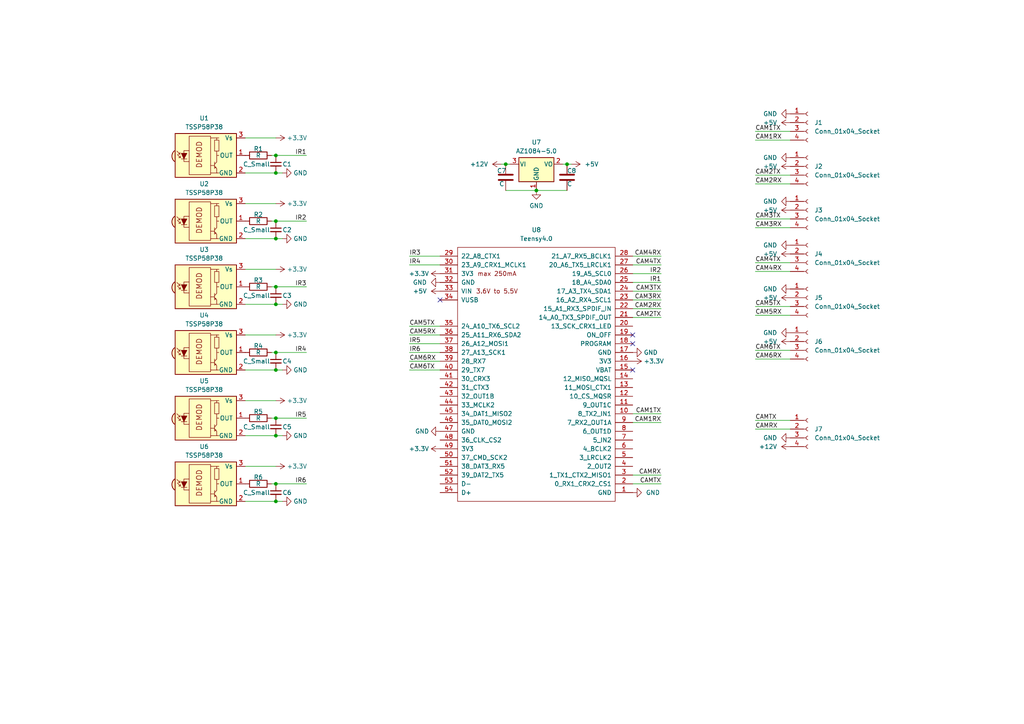
<source format=kicad_sch>
(kicad_sch (version 20230121) (generator eeschema)
  (paper "A4")
  (lib_symbols
    (symbol "Connector:Conn_01x04_Socket" (pin_names (offset 1.016) hide)
      (property "Reference" "J" (at 0 5.08 0))
      (property "Value" "Conn_01x04_Socket" (at 0 -7.62 0))
      (symbol "Conn_01x04_Socket_1_1"
        (arc (start 0 -4.572) (mid -0.5058 -5.08) (end 0 -5.588) (stroke (width 0.1524)))
        (arc (start 0 -2.032) (mid -0.5058 -2.54) (end 0 -3.048) (stroke (width 0.1524)))
        (polyline (pts (xy -1.27 -5.08) (xy -0.508 -5.08)) (stroke (width 0.1524)))
        (polyline (pts (xy -1.27 -2.54) (xy -0.508 -2.54)) (stroke (width 0.1524)))
        (polyline (pts (xy -1.27 0) (xy -0.508 0)) (stroke (width 0.1524)))
        (polyline (pts (xy -1.27 2.54) (xy -0.508 2.54)) (stroke (width 0.1524)))
        (arc (start 0 0.508) (mid -0.5058 0) (end 0 -0.508) (stroke (width 0.1524)))
        (arc (start 0 3.048) (mid -0.5058 2.54) (end 0 2.032) (stroke (width 0.1524)))
        (pin passive line (at -5.08 2.54 0) (length 3.81) (name "Pin_1") (number "1"))
        (pin passive line (at -5.08 0 0) (length 3.81) (name "Pin_2") (number "2"))
        (pin passive line (at -5.08 -2.54 0) (length 3.81) (name "Pin_3") (number "3"))
        (pin passive line (at -5.08 -5.08 0) (length 3.81) (name "Pin_4") (number "4"))
      )
    )
    (symbol "Device:C" (pin_numbers hide) (pin_names (offset 0.254))
      (property "Reference" "C" (at 0.635 2.54 0))
      (property "Value" "C" (at 0.635 -2.54 0))
      (symbol "C_0_1"
        (polyline (pts (xy -2.032 -0.762) (xy 2.032 -0.762)) (stroke (width 0.508)))
        (polyline (pts (xy -2.032 0.762) (xy 2.032 0.762)) (stroke (width 0.508)))
      )
      (symbol "C_1_1"
        (pin passive line (at 0 3.81 270) (length 2.794) (name "~") (number "1"))
        (pin passive line (at 0 -3.81 90) (length 2.794) (name "~") (number "2"))
      )
    )
    (symbol "Device:C_Small" (pin_numbers hide) (pin_names (offset 0.254) hide)
      (property "Reference" "C" (at 0.254 1.778 0))
      (property "Value" "C_Small" (at 0.254 -2.032 0))
      (symbol "C_Small_0_1"
        (polyline (pts (xy -1.524 -0.508) (xy 1.524 -0.508)) (stroke (width 0.3302)))
        (polyline (pts (xy -1.524 0.508) (xy 1.524 0.508)) (stroke (width 0.3048)))
      )
      (symbol "C_Small_1_1"
        (pin passive line (at 0 2.54 270) (length 2.032) (name "~") (number "1"))
        (pin passive line (at 0 -2.54 90) (length 2.032) (name "~") (number "2"))
      )
    )
    (symbol "Device:R" (pin_numbers hide) (pin_names (offset 0))
      (property "Reference" "R" (at 2.032 0 90))
      (property "Value" "R" (at 0 0 90))
      (symbol "R_0_1"
        (rectangle (start -1.016 -2.54) (end 1.016 2.54) (stroke (width 0.254)))
      )
      (symbol "R_1_1"
        (pin passive line (at 0 3.81 270) (length 1.27) (name "~") (number "1"))
        (pin passive line (at 0 -3.81 90) (length 1.27) (name "~") (number "2"))
      )
    )
    (symbol "Regulator_Linear:AZ1084-5.0" (pin_names (offset 0.254))
      (property "Reference" "U" (at -3.81 3.175 0))
      (property "Value" "AZ1084-5.0" (at 0 3.175 0))
      (symbol "AZ1084-5.0_0_1"
        (rectangle (start -5.08 1.905) (end 5.08 -5.08) (stroke (width 0.254)) (fill (type background)))
      )
      (symbol "AZ1084-5.0_1_1"
        (pin power_in line (at 0 -7.62 90) (length 2.54) (name "GND") (number "1"))
        (pin power_out line (at 7.62 0 180) (length 2.54) (name "VO") (number "2"))
        (pin power_in line (at -7.62 0 0) (length 2.54) (name "VI") (number "3"))
      )
    )
    (symbol "Sensor_Proximity:TSSP58P38" (pin_names (offset 1.016))
      (property "Reference" "U" (at -10.16 7.62 0))
      (property "Value" "TSSP58P38" (at -10.16 -7.62 0))
      (symbol "TSSP58P38_0_0"
        (arc (start -10.287 1.397) (mid -11.0899 -0.1852) (end -10.287 -1.778) (stroke (width 0.254)) (fill (type background)))
        (polyline (pts (xy 1.905 -5.08) (xy 0.127 -5.08)))
        (polyline (pts (xy 1.905 5.08) (xy 0.127 5.08)))
        (text "DEMOD" (at -3.175 0.254 900) (effects (font (size 1.524 1.524))))
      )
      (symbol "TSSP58P38_0_1"
        (rectangle (start -6.096 5.588) (end 0.127 -5.588))
        (polyline (pts (xy -8.763 0.381) (xy -9.652 1.27)))
        (polyline (pts (xy -8.763 0.381) (xy -9.271 0.381)))
        (polyline (pts (xy -8.763 0.381) (xy -8.763 0.889)))
        (polyline (pts (xy -8.636 -0.635) (xy -9.525 0.254)))
        (polyline (pts (xy -8.636 -0.635) (xy -9.144 -0.635)))
        (polyline (pts (xy -8.636 -0.635) (xy -8.636 -0.127)))
        (polyline (pts (xy -8.382 -1.016) (xy -6.731 -1.016)))
        (polyline (pts (xy 1.27 -2.921) (xy 0.127 -2.921)))
        (polyline (pts (xy 1.27 -1.905) (xy 1.27 -3.81)))
        (polyline (pts (xy 1.397 -3.556) (xy 1.524 -3.556)))
        (polyline (pts (xy 1.651 -3.556) (xy 1.524 -3.556)))
        (polyline (pts (xy 1.651 -3.556) (xy 1.651 -3.302)))
        (polyline (pts (xy 1.905 0) (xy 1.905 1.27)))
        (polyline (pts (xy 1.905 4.445) (xy 1.905 5.08) (xy 2.54 5.08)))
        (polyline (pts (xy -8.382 0.635) (xy -6.731 0.635) (xy -7.62 -1.016) (xy -8.382 0.635)) (fill (type outline)))
        (polyline (pts (xy -6.096 1.397) (xy -7.62 1.397) (xy -7.62 -1.778) (xy -6.096 -1.778)))
        (polyline (pts (xy 1.27 -3.175) (xy 1.905 -3.81) (xy 1.905 -5.08) (xy 2.54 -5.08)))
        (polyline (pts (xy 1.27 -2.54) (xy 1.905 -1.905) (xy 1.905 0) (xy 2.54 0)))
        (rectangle (start 2.54 1.27) (end 1.27 4.445))
        (rectangle (start 7.62 6.35) (end -10.16 -6.35) (stroke (width 0.254)) (fill (type background)))
      )
      (symbol "TSSP58P38_1_1"
        (pin output line (at 10.16 0 180) (length 2.54) (name "OUT") (number "1"))
        (pin power_in line (at 10.16 -5.08 180) (length 2.54) (name "GND") (number "2"))
        (pin power_in line (at 10.16 5.08 180) (length 2.54) (name "Vs") (number "3"))
      )
    )
    (symbol "power:+12V" (power) (pin_names (offset 0))
      (property "Value" "+12V" (at 0 3.556 0))
      (symbol "+12V_0_1"
        (polyline (pts (xy -0.762 1.27) (xy 0 2.54)))
        (polyline (pts (xy 0 0) (xy 0 2.54)))
        (polyline (pts (xy 0 2.54) (xy 0.762 1.27)))
      )
      (symbol "+12V_1_1"
        (pin power_in line (at 0 0 90) (length 0) hide (name "+12V") (number "1"))
      )
    )
    (symbol "power:+3.3V" (power) (pin_names (offset 0))
      (property "Value" "+3.3V" (at 0 3.556 0))
      (symbol "+3.3V_0_1"
        (polyline (pts (xy -0.762 1.27) (xy 0 2.54)))
        (polyline (pts (xy 0 0) (xy 0 2.54)))
        (polyline (pts (xy 0 2.54) (xy 0.762 1.27)))
      )
      (symbol "+3.3V_1_1"
        (pin power_in line (at 0 0 90) (length 0) hide (name "+3.3V") (number "1"))
      )
    )
    (symbol "power:+5V" (power) (pin_names (offset 0))
      (property "Value" "+5V" (at 0 3.556 0))
      (symbol "+5V_0_1"
        (polyline (pts (xy -0.762 1.27) (xy 0 2.54)))
        (polyline (pts (xy 0 0) (xy 0 2.54)))
        (polyline (pts (xy 0 2.54) (xy 0.762 1.27)))
      )
      (symbol "+5V_1_1"
        (pin power_in line (at 0 0 90) (length 0) hide (name "+5V") (number "1"))
      )
    )
    (symbol "power:GND" (power) (pin_names (offset 0))
      (property "Value" "GND" (at 0 -3.81 0))
      (symbol "GND_0_1"
        (polyline (pts (xy 0 0) (xy 0 -1.27) (xy 1.27 -1.27) (xy 0 -2.54) (xy -1.27 -1.27) (xy 0 -1.27)))
      )
      (symbol "GND_1_1"
        (pin power_in line (at 0 0 270) (length 0) hide (name "GND") (number "1"))
      )
    )
    (symbol "teensy:Teensy4.0" (pin_names (offset 1.016))
      (property "Reference" "U" (at 0 39.37 0))
      (property "Value" "Teensy4.0" (at 0 -39.37 0))
      (symbol "Teensy4.0_0_0"
        (text "3.6V to 5.5V" (at 11.43 -24.13 0) (effects (font (size 1.27 1.27))))
        (text "max 250mA" (at 11.43 -29.21 0) (effects (font (size 1.27 1.27))))
        (pin bidirectional line (at -27.94 11.43 0) (length 5.08) (name "8_TX2_IN1") (number "10"))
        (pin bidirectional line (at -27.94 8.89 0) (length 5.08) (name "9_OUT1C") (number "11"))
        (pin bidirectional line (at -27.94 6.35 0) (length 5.08) (name "10_CS_MQSR") (number "12"))
        (pin bidirectional line (at -27.94 3.81 0) (length 5.08) (name "11_MOSI_CTX1") (number "13"))
        (pin bidirectional line (at -27.94 1.27 0) (length 5.08) (name "12_MISO_MQSL") (number "14"))
        (pin power_in line (at -27.94 -1.27 0) (length 5.08) (name "VBAT") (number "15"))
        (pin power_in line (at -27.94 -3.81 0) (length 5.08) (name "3V3") (number "16"))
        (pin power_in line (at -27.94 -6.35 0) (length 5.08) (name "GND") (number "17"))
        (pin input line (at -27.94 -8.89 0) (length 5.08) (name "PROGRAM") (number "18"))
        (pin input line (at -27.94 -11.43 0) (length 5.08) (name "ON_OFF") (number "19"))
        (pin bidirectional line (at -27.94 -13.97 0) (length 5.08) (name "13_SCK_CRX1_LED") (number "20"))
        (pin bidirectional line (at -27.94 -16.51 0) (length 5.08) (name "14_A0_TX3_SPDIF_OUT") (number "21"))
        (pin bidirectional line (at -27.94 -19.05 0) (length 5.08) (name "15_A1_RX3_SPDIF_IN") (number "22"))
        (pin bidirectional line (at -27.94 -21.59 0) (length 5.08) (name "16_A2_RX4_SCL1") (number "23"))
        (pin bidirectional line (at -27.94 -24.13 0) (length 5.08) (name "17_A3_TX4_SDA1") (number "24"))
        (pin bidirectional line (at -27.94 -26.67 0) (length 5.08) (name "18_A4_SDA0") (number "25"))
        (pin bidirectional line (at -27.94 -29.21 0) (length 5.08) (name "19_A5_SCL0") (number "26"))
        (pin bidirectional line (at -27.94 -31.75 0) (length 5.08) (name "20_A6_TX5_LRCLK1") (number "27"))
        (pin bidirectional line (at -27.94 -34.29 0) (length 5.08) (name "21_A7_RX5_BCLK1") (number "28"))
        (pin bidirectional line (at 27.94 -34.29 180) (length 5.08) (name "22_A8_CTX1") (number "29"))
        (pin bidirectional line (at 27.94 -31.75 180) (length 5.08) (name "23_A9_CRX1_MCLK1") (number "30"))
        (pin power_out line (at 27.94 -29.21 180) (length 5.08) (name "3V3") (number "31"))
        (pin power_in line (at 27.94 -26.67 180) (length 5.08) (name "GND") (number "32"))
        (pin power_in line (at 27.94 -24.13 180) (length 5.08) (name "VIN") (number "33"))
        (pin power_out line (at 27.94 -21.59 180) (length 5.08) (name "VUSB") (number "34"))
        (pin bidirectional line (at 27.94 -13.97 180) (length 5.08) (name "24_A10_TX6_SCL2") (number "35"))
        (pin bidirectional line (at 27.94 -11.43 180) (length 5.08) (name "25_A11_RX6_SDA2") (number "36"))
        (pin bidirectional line (at 27.94 -8.89 180) (length 5.08) (name "26_A12_MOSI1") (number "37"))
        (pin bidirectional line (at 27.94 -6.35 180) (length 5.08) (name "27_A13_SCK1") (number "38"))
        (pin bidirectional line (at 27.94 -3.81 180) (length 5.08) (name "28_RX7") (number "39"))
        (pin bidirectional line (at 27.94 -1.27 180) (length 5.08) (name "29_TX7") (number "40"))
        (pin bidirectional line (at 27.94 1.27 180) (length 5.08) (name "30_CRX3") (number "41"))
        (pin bidirectional line (at 27.94 3.81 180) (length 5.08) (name "31_CTX3") (number "42"))
        (pin bidirectional line (at 27.94 6.35 180) (length 5.08) (name "32_OUT1B") (number "43"))
        (pin bidirectional line (at 27.94 8.89 180) (length 5.08) (name "33_MCLK2") (number "44"))
        (pin bidirectional line (at 27.94 11.43 180) (length 5.08) (name "34_DAT1_MISO2") (number "45"))
        (pin bidirectional line (at 27.94 13.97 180) (length 5.08) (name "35_DAT0_MOSI2") (number "46"))
        (pin power_out line (at 27.94 16.51 180) (length 5.08) (name "GND") (number "47"))
        (pin bidirectional line (at 27.94 19.05 180) (length 5.08) (name "36_CLK_CS2") (number "48"))
        (pin power_out line (at 27.94 21.59 180) (length 5.08) (name "3V3") (number "49"))
        (pin bidirectional line (at -27.94 24.13 0) (length 5.08) (name "3_LRCLK2") (number "5"))
        (pin bidirectional line (at 27.94 24.13 180) (length 5.08) (name "37_CMD_SCK2") (number "50"))
        (pin bidirectional line (at 27.94 26.67 180) (length 5.08) (name "38_DAT3_RX5") (number "51"))
        (pin bidirectional line (at 27.94 29.21 180) (length 5.08) (name "39_DAT2_TX5") (number "52"))
        (pin bidirectional line (at 27.94 31.75 180) (length 5.08) (name "D-") (number "53"))
        (pin bidirectional line (at 27.94 34.29 180) (length 5.08) (name "D+") (number "54"))
        (pin bidirectional line (at -27.94 21.59 0) (length 5.08) (name "4_BCLK2") (number "6"))
        (pin bidirectional line (at -27.94 19.05 0) (length 5.08) (name "5_IN2") (number "7"))
        (pin bidirectional line (at -27.94 16.51 0) (length 5.08) (name "6_OUT1D") (number "8"))
        (pin bidirectional line (at -27.94 13.97 0) (length 5.08) (name "7_RX2_OUT1A") (number "9"))
      )
      (symbol "Teensy4.0_0_1"
        (rectangle (start -22.86 36.83) (end 22.86 -36.83))
        (rectangle (start -20.32 -31.75) (end -20.32 -31.75))
      )
      (symbol "Teensy4.0_1_1"
        (pin power_in line (at -27.94 34.29 0) (length 5.08) (name "GND") (number "1"))
        (pin bidirectional line (at -27.94 31.75 0) (length 5.08) (name "0_RX1_CRX2_CS1") (number "2"))
        (pin bidirectional line (at -27.94 29.21 0) (length 5.08) (name "1_TX1_CTX2_MISO1") (number "3"))
        (pin bidirectional line (at -27.94 26.67 0) (length 5.08) (name "2_OUT2") (number "4"))
      )
    )
  )
  (junction (at 80.01 45.085))
  (junction (at 80.01 145.415))
  (junction (at 80.01 126.365))
  (junction (at 80.01 64.135))
  (junction (at 155.575 55.245))
  (junction (at 80.01 50.165))
  (junction (at 164.465 47.625))
  (junction (at 80.01 83.185))
  (junction (at 80.01 140.335))
  (junction (at 146.685 47.625))
  (junction (at 80.01 88.265))
  (junction (at 80.01 69.215))
  (junction (at 80.01 102.235))
  (junction (at 80.01 107.315))
  (junction (at 80.01 121.285))
  (no_connect (at 183.515 97.155))
  (no_connect (at 183.515 99.695))
  (no_connect (at 127.635 86.995))
  (no_connect (at 183.515 107.315))
  (wire (pts (xy 191.77 86.995) (xy 183.515 86.995)))
  (wire (pts (xy 118.745 94.615) (xy 127.635 94.615)))
  (wire (pts (xy 146.685 47.625) (xy 147.955 47.625)))
  (wire (pts (xy 118.745 76.835) (xy 127.635 76.835)))
  (wire (pts (xy 219.075 88.9) (xy 229.235 88.9)))
  (wire (pts (xy 191.77 140.335) (xy 183.515 140.335)))
  (wire (pts (xy 191.77 122.555) (xy 183.515 122.555)))
  (wire (pts (xy 78.74 102.235) (xy 80.01 102.235)))
  (wire (pts (xy 88.9 45.085) (xy 80.01 45.085)))
  (wire (pts (xy 191.77 137.795) (xy 183.515 137.795)))
  (wire (pts (xy 88.9 102.235) (xy 80.01 102.235)))
  (wire (pts (xy 145.415 47.625) (xy 146.685 47.625)))
  (wire (pts (xy 219.075 66.04) (xy 229.235 66.04)))
  (wire (pts (xy 163.195 47.625) (xy 164.465 47.625)))
  (wire (pts (xy 219.075 38.1) (xy 229.235 38.1)))
  (wire (pts (xy 219.075 53.34) (xy 229.235 53.34)))
  (wire (pts (xy 118.745 99.695) (xy 127.635 99.695)))
  (wire (pts (xy 71.12 50.165) (xy 80.01 50.165)))
  (wire (pts (xy 191.77 84.455) (xy 183.515 84.455)))
  (wire (pts (xy 81.915 88.265) (xy 80.01 88.265)))
  (wire (pts (xy 155.575 55.245) (xy 164.465 55.245)))
  (wire (pts (xy 118.745 102.235) (xy 127.635 102.235)))
  (wire (pts (xy 219.075 124.46) (xy 229.235 124.46)))
  (wire (pts (xy 219.075 91.44) (xy 229.235 91.44)))
  (wire (pts (xy 71.12 116.205) (xy 80.01 116.205)))
  (wire (pts (xy 88.9 83.185) (xy 80.01 83.185)))
  (wire (pts (xy 71.12 59.055) (xy 80.01 59.055)))
  (wire (pts (xy 219.075 40.64) (xy 229.235 40.64)))
  (wire (pts (xy 81.915 50.165) (xy 80.01 50.165)))
  (wire (pts (xy 71.12 145.415) (xy 80.01 145.415)))
  (wire (pts (xy 219.075 121.92) (xy 229.235 121.92)))
  (wire (pts (xy 219.075 76.2) (xy 229.235 76.2)))
  (wire (pts (xy 191.77 76.835) (xy 183.515 76.835)))
  (wire (pts (xy 88.9 140.335) (xy 80.01 140.335)))
  (wire (pts (xy 118.745 97.155) (xy 127.635 97.155)))
  (wire (pts (xy 118.745 104.775) (xy 127.635 104.775)))
  (wire (pts (xy 219.075 101.6) (xy 229.235 101.6)))
  (wire (pts (xy 78.74 121.285) (xy 80.01 121.285)))
  (wire (pts (xy 88.9 64.135) (xy 80.01 64.135)))
  (wire (pts (xy 88.9 121.285) (xy 80.01 121.285)))
  (wire (pts (xy 81.915 145.415) (xy 80.01 145.415)))
  (wire (pts (xy 118.745 74.295) (xy 127.635 74.295)))
  (wire (pts (xy 146.685 55.245) (xy 155.575 55.245)))
  (wire (pts (xy 71.12 88.265) (xy 80.01 88.265)))
  (wire (pts (xy 219.075 104.14) (xy 229.235 104.14)))
  (wire (pts (xy 191.77 79.375) (xy 183.515 79.375)))
  (wire (pts (xy 191.77 74.295) (xy 183.515 74.295)))
  (wire (pts (xy 71.12 78.105) (xy 80.01 78.105)))
  (wire (pts (xy 78.74 83.185) (xy 80.01 83.185)))
  (wire (pts (xy 164.465 47.625) (xy 165.735 47.625)))
  (wire (pts (xy 191.77 92.075) (xy 183.515 92.075)))
  (wire (pts (xy 191.77 81.915) (xy 183.515 81.915)))
  (wire (pts (xy 191.77 89.535) (xy 183.515 89.535)))
  (wire (pts (xy 219.075 78.74) (xy 229.235 78.74)))
  (wire (pts (xy 78.74 64.135) (xy 80.01 64.135)))
  (wire (pts (xy 71.12 40.005) (xy 80.01 40.005)))
  (wire (pts (xy 118.745 107.315) (xy 127.635 107.315)))
  (wire (pts (xy 191.77 120.015) (xy 183.515 120.015)))
  (wire (pts (xy 71.12 135.255) (xy 80.01 135.255)))
  (wire (pts (xy 219.075 50.8) (xy 229.235 50.8)))
  (wire (pts (xy 78.74 45.085) (xy 80.01 45.085)))
  (wire (pts (xy 71.12 97.155) (xy 80.01 97.155)))
  (wire (pts (xy 81.915 126.365) (xy 80.01 126.365)))
  (wire (pts (xy 81.915 69.215) (xy 80.01 69.215)))
  (wire (pts (xy 71.12 107.315) (xy 80.01 107.315)))
  (wire (pts (xy 71.12 126.365) (xy 80.01 126.365)))
  (wire (pts (xy 81.915 107.315) (xy 80.01 107.315)))
  (wire (pts (xy 71.12 69.215) (xy 80.01 69.215)))
  (wire (pts (xy 219.075 63.5) (xy 229.235 63.5)))
  (wire (pts (xy 78.74 140.335) (xy 80.01 140.335)))
  (label "CAM6RX" (at 219.075 104.14 0))
  (label "CAMTX" (at 191.77 140.335 180))
  (label "CAM2RX" (at 191.77 89.535 180))
  (label "IR4" (at 118.745 76.835 0))
  (label "IR1" (at 191.77 81.915 180))
  (label "IR2" (at 191.77 79.375 180))
  (label "CAM1TX" (at 191.77 120.015 180))
  (label "CAM2TX" (at 191.77 92.075 180))
  (label "IR6" (at 88.9 140.335 180))
  (label "CAMRX" (at 191.77 137.795 180))
  (label "CAM4TX" (at 219.075 76.2 0))
  (label "IR2" (at 88.9 64.135 180))
  (label "IR4" (at 88.9 102.235 180))
  (label "CAM4RX" (at 191.77 74.295 180))
  (label "CAM6TX" (at 118.745 107.315 0))
  (label "CAMTX" (at 219.075 121.92 0))
  (label "IR5" (at 118.745 99.695 0))
  (label "CAM2RX" (at 219.075 53.34 0))
  (label "CAM3TX" (at 191.77 84.455 180))
  (label "CAM4TX" (at 191.77 76.835 180))
  (label "CAM1RX" (at 219.075 40.64 0))
  (label "CAM3RX" (at 219.075 66.04 0))
  (label "CAM4RX" (at 219.075 78.74 0))
  (label "CAM6TX" (at 219.075 101.6 0))
  (label "CAMRX" (at 219.075 124.46 0))
  (label "IR3" (at 118.745 74.295 0))
  (label "CAM5RX" (at 118.745 97.155 0))
  (label "IR3" (at 88.9 83.185 180))
  (label "CAM5TX" (at 219.075 88.9 0))
  (label "CAM2TX" (at 219.075 50.8 0))
  (label "IR5" (at 88.9 121.285 180))
  (label "CAM5TX" (at 118.745 94.615 0))
  (label "CAM5RX" (at 219.075 91.44 0))
  (label "CAM3TX" (at 219.075 63.5 0))
  (label "IR6" (at 118.745 102.235 0))
  (label "CAM1TX" (at 219.075 38.1 0))
  (label "CAM1RX" (at 191.77 122.555 180))
  (label "IR1" (at 88.9 45.085 180))
  (label "CAM3RX" (at 191.77 86.995 180))
  (label "CAM6RX" (at 118.745 104.775 0))
  (symbol (lib_id "Device:R") (at 74.93 64.135 90) (unit 1)
    (property "Reference" "R2" (at 74.93 62.23 90))
    (property "Value" "R" (at 74.93 64.135 90))
    (property "Footprint" "Resistor_THT:R_Axial_DIN0204_L3.6mm_D1.6mm_P5.08mm_Horizontal" (effects hide))
  )
  (symbol (lib_id "power:+3.3V") (at 80.01 78.105 270) (unit 1)
    (property "Reference" "#PWR03" (effects hide))
    (property "Value" "+3.3V" (at 83.185 78.105 90) (effects (justify left)))
  )
  (symbol (lib_id "Sensor_Proximity:TSSP58P38") (at 60.96 140.335 0) (unit 1)
    (property "Reference" "U6" (at 59.225 129.54 0))
    (property "Value" "TSSP58P38" (at 59.225 132.08 0))
    (property "Footprint" "OptoDevice:Vishay_MINICAST-3Pin" (effects hide))
    (property "Datasheet" "http://www.vishay.com/docs/82462/tsop581.pdf" (effects hide))
  )
  (symbol (lib_id "power:+12V") (at 229.235 129.54 90) (unit 1)
    (property "Reference" "#PWR037" (effects hide))
    (property "Value" "+12V" (at 225.425 129.54 90) (effects (justify left)))
  )
  (symbol (lib_id "Connector:Conn_01x04_Socket") (at 234.315 99.06 0) (unit 1)
    (property "Reference" "J6" (at 236.22 99.06 0) (effects (justify left)))
    (property "Value" "Conn_01x04_Socket" (at 236.22 101.6 0) (effects (justify left)))
    (property "Footprint" "Connector_JST:JST_XH_B4B-XH-A_1x04_P2.50mm_Vertical" (effects hide))
  )
  (symbol (lib_id "power:+5V") (at 229.235 99.06 90) (unit 1)
    (property "Reference" "#PWR035" (effects hide))
    (property "Value" "+5V" (at 225.425 99.06 90) (effects (justify left)))
  )
  (symbol (lib_id "Device:R") (at 74.93 83.185 90) (unit 1)
    (property "Reference" "R3" (at 74.93 81.28 90))
    (property "Value" "R" (at 74.93 83.185 90))
    (property "Footprint" "Resistor_THT:R_Axial_DIN0204_L3.6mm_D1.6mm_P5.08mm_Horizontal" (effects hide))
  )
  (symbol (lib_id "power:+5V") (at 229.235 48.26 90) (unit 1)
    (property "Reference" "#PWR027" (effects hide))
    (property "Value" "+5V" (at 225.425 48.26 90) (effects (justify left)))
  )
  (symbol (lib_id "power:+5V") (at 229.235 60.96 90) (unit 1)
    (property "Reference" "#PWR029" (effects hide))
    (property "Value" "+5V" (at 225.425 60.96 90) (effects (justify left)))
  )
  (symbol (lib_id "Sensor_Proximity:TSSP58P38") (at 60.96 102.235 0) (unit 1)
    (property "Reference" "U4" (at 59.225 91.44 0))
    (property "Value" "TSSP58P38" (at 59.225 93.98 0))
    (property "Footprint" "OptoDevice:Vishay_MINICAST-3Pin" (effects hide))
    (property "Datasheet" "http://www.vishay.com/docs/82462/tsop581.pdf" (effects hide))
  )
  (symbol (lib_id "power:+3.3V") (at 127.635 130.175 90) (unit 1)
    (property "Reference" "#PWR017" (effects hide))
    (property "Value" "+3.3V" (at 124.46 130.175 90) (effects (justify left)))
  )
  (symbol (lib_id "power:GND") (at 229.235 33.02 270) (unit 1)
    (property "Reference" "#PWR024" (effects hide))
    (property "Value" "GND" (at 225.425 33.02 90) (effects (justify right)))
  )
  (symbol (lib_id "Sensor_Proximity:TSSP58P38") (at 60.96 121.285 0) (unit 1)
    (property "Reference" "U5" (at 59.225 110.49 0))
    (property "Value" "TSSP58P38" (at 59.225 113.03 0))
    (property "Footprint" "OptoDevice:Vishay_MINICAST-3Pin" (effects hide))
    (property "Datasheet" "http://www.vishay.com/docs/82462/tsop581.pdf" (effects hide))
  )
  (symbol (lib_id "Connector:Conn_01x04_Socket") (at 234.315 86.36 0) (unit 1)
    (property "Reference" "J5" (at 236.22 86.36 0) (effects (justify left)))
    (property "Value" "Conn_01x04_Socket" (at 236.22 88.9 0) (effects (justify left)))
    (property "Footprint" "Connector_JST:JST_XH_B4B-XH-A_1x04_P2.50mm_Vertical" (effects hide))
  )
  (symbol (lib_id "power:GND") (at 229.235 58.42 270) (unit 1)
    (property "Reference" "#PWR028" (effects hide))
    (property "Value" "GND" (at 225.425 58.42 90) (effects (justify right)))
  )
  (symbol (lib_id "power:GND") (at 229.235 45.72 270) (unit 1)
    (property "Reference" "#PWR026" (effects hide))
    (property "Value" "GND" (at 225.425 45.72 90) (effects (justify right)))
  )
  (symbol (lib_id "Device:C") (at 146.685 51.435 0) (unit 1)
    (property "Reference" "C7" (at 144.145 49.53 0) (effects (justify left)))
    (property "Value" "C" (at 144.78 53.34 0) (effects (justify left)))
    (property "Footprint" "Capacitor_THT:CP_Radial_D4.0mm_P2.00mm" (effects hide))
  )
  (symbol (lib_id "power:+12V") (at 145.415 47.625 90) (unit 1)
    (property "Reference" "#PWR018" (effects hide))
    (property "Value" "+12V" (at 141.605 47.625 90) (effects (justify left)))
  )
  (symbol (lib_id "power:+5V") (at 229.235 86.36 90) (unit 1)
    (property "Reference" "#PWR033" (effects hide))
    (property "Value" "+5V" (at 225.425 86.36 90) (effects (justify left)))
  )
  (symbol (lib_id "Device:R") (at 74.93 121.285 90) (unit 1)
    (property "Reference" "R5" (at 74.93 119.38 90))
    (property "Value" "R" (at 74.93 121.285 90))
    (property "Footprint" "Resistor_THT:R_Axial_DIN0204_L3.6mm_D1.6mm_P5.08mm_Horizontal" (effects hide))
  )
  (symbol (lib_id "power:GND") (at 81.915 88.265 90) (unit 1)
    (property "Reference" "#PWR09" (effects hide))
    (property "Value" "GND" (at 85.09 88.265 90) (effects (justify right)))
  )
  (symbol (lib_id "power:GND") (at 127.635 125.095 270) (unit 1)
    (property "Reference" "#PWR016" (effects hide))
    (property "Value" "GND" (at 124.46 125.095 90) (effects (justify right)))
  )
  (symbol (lib_id "Connector:Conn_01x04_Socket") (at 234.315 73.66 0) (unit 1)
    (property "Reference" "J4" (at 236.22 73.66 0) (effects (justify left)))
    (property "Value" "Conn_01x04_Socket" (at 236.22 76.2 0) (effects (justify left)))
    (property "Footprint" "Connector_JST:JST_XH_B4B-XH-A_1x04_P2.50mm_Vertical" (effects hide))
  )
  (symbol (lib_id "power:GND") (at 81.915 145.415 90) (unit 1)
    (property "Reference" "#PWR012" (effects hide))
    (property "Value" "GND" (at 85.09 145.415 90) (effects (justify right)))
  )
  (symbol (lib_id "power:+3.3V") (at 80.01 135.255 270) (unit 1)
    (property "Reference" "#PWR06" (effects hide))
    (property "Value" "+3.3V" (at 83.185 135.255 90) (effects (justify left)))
  )
  (symbol (lib_id "Sensor_Proximity:TSSP58P38") (at 60.96 64.135 0) (unit 1)
    (property "Reference" "U2" (at 59.225 53.34 0))
    (property "Value" "TSSP58P38" (at 59.225 55.88 0))
    (property "Footprint" "OptoDevice:Vishay_MINICAST-3Pin" (effects hide))
    (property "Datasheet" "http://www.vishay.com/docs/82462/tsop581.pdf" (effects hide))
  )
  (symbol (lib_id "power:+5V") (at 229.235 35.56 90) (unit 1)
    (property "Reference" "#PWR025" (effects hide))
    (property "Value" "+5V" (at 225.425 35.56 90) (effects (justify left)))
  )
  (symbol (lib_id "Device:C_Small") (at 80.01 123.825 0) (unit 1)
    (property "Reference" "C5" (at 81.915 123.825 0) (effects (justify left)))
    (property "Value" "C_Small" (at 70.485 123.825 0) (effects (justify left)))
    (property "Footprint" "Capacitor_THT:C_Disc_D3.0mm_W1.6mm_P2.50mm" (effects hide))
  )
  (symbol (lib_id "power:GND") (at 183.515 102.235 90) (unit 1)
    (property "Reference" "#PWR021" (effects hide))
    (property "Value" "GND" (at 186.69 102.235 90) (effects (justify right)))
  )
  (symbol (lib_id "power:GND") (at 229.235 96.52 270) (unit 1)
    (property "Reference" "#PWR034" (effects hide))
    (property "Value" "GND" (at 225.425 96.52 90) (effects (justify right)))
  )
  (symbol (lib_id "Regulator_Linear:AZ1084-5.0") (at 155.575 47.625 0) (unit 1)
    (property "Reference" "U7" (at 155.575 41.275 0))
    (property "Value" "AZ1084-5.0" (at 155.575 43.815 0))
    (property "Footprint" "Package_TO_SOT_SMD:TO-252-2" (effects hide))
    (property "Datasheet" "https://www.diodes.com/assets/Datasheets/AZ1084.pdf" (effects hide))
  )
  (symbol (lib_id "Device:C_Small") (at 80.01 47.625 0) (unit 1)
    (property "Reference" "C1" (at 81.915 47.625 0) (effects (justify left)))
    (property "Value" "C_Small" (at 70.485 47.625 0) (effects (justify left)))
    (property "Footprint" "Capacitor_THT:C_Disc_D3.0mm_W1.6mm_P2.50mm" (effects hide))
  )
  (symbol (lib_id "Device:R") (at 74.93 45.085 90) (unit 1)
    (property "Reference" "R1" (at 74.93 43.18 90))
    (property "Value" "R" (at 74.93 45.085 90))
    (property "Footprint" "Resistor_THT:R_Axial_DIN0204_L3.6mm_D1.6mm_P5.08mm_Horizontal" (effects hide))
  )
  (symbol (lib_id "power:GND") (at 81.915 107.315 90) (unit 1)
    (property "Reference" "#PWR010" (effects hide))
    (property "Value" "GND" (at 85.09 107.315 90) (effects (justify right)))
  )
  (symbol (lib_id "power:GND") (at 127.635 81.915 270) (unit 1)
    (property "Reference" "#PWR014" (effects hide))
    (property "Value" "GND" (at 123.825 81.915 90) (effects (justify right)))
  )
  (symbol (lib_id "power:GND") (at 155.575 55.245 0) (unit 1)
    (property "Reference" "#PWR019" (effects hide))
    (property "Value" "GND" (at 155.575 59.69 0))
  )
  (symbol (lib_id "Connector:Conn_01x04_Socket") (at 234.315 48.26 0) (unit 1)
    (property "Reference" "J2" (at 236.22 48.26 0) (effects (justify left)))
    (property "Value" "Conn_01x04_Socket" (at 236.22 50.8 0) (effects (justify left)))
    (property "Footprint" "Connector_JST:JST_XH_B4B-XH-A_1x04_P2.50mm_Vertical" (effects hide))
  )
  (symbol (lib_id "power:GND") (at 81.915 126.365 90) (unit 1)
    (property "Reference" "#PWR011" (effects hide))
    (property "Value" "GND" (at 85.09 126.365 90) (effects (justify right)))
  )
  (symbol (lib_id "power:GND") (at 183.515 142.875 90) (unit 1)
    (property "Reference" "#PWR023" (effects hide))
    (property "Value" "GND" (at 187.325 142.875 90) (effects (justify right)))
  )
  (symbol (lib_id "power:+3.3V") (at 183.515 104.775 270) (unit 1)
    (property "Reference" "#PWR022" (effects hide))
    (property "Value" "+3.3V" (at 186.69 104.775 90) (effects (justify left)))
  )
  (symbol (lib_id "power:+5V") (at 165.735 47.625 270) (unit 1)
    (property "Reference" "#PWR020" (effects hide))
    (property "Value" "+5V" (at 169.545 47.625 90) (effects (justify left)))
  )
  (symbol (lib_id "teensy:Teensy4.0") (at 155.575 108.585 180) (unit 1)
    (property "Reference" "U8" (at 155.575 66.675 0))
    (property "Value" "Teensy4.0" (at 155.575 69.215 0))
    (property "Footprint" "Teensy_Breakout:Teensy_Brakeout" (effects hide))
  )
  (symbol (lib_id "power:GND") (at 81.915 69.215 90) (unit 1)
    (property "Reference" "#PWR08" (effects hide))
    (property "Value" "GND" (at 85.09 69.215 90) (effects (justify right)))
  )
  (symbol (lib_id "power:GND") (at 229.235 83.82 270) (unit 1)
    (property "Reference" "#PWR032" (effects hide))
    (property "Value" "GND" (at 225.425 83.82 90) (effects (justify right)))
  )
  (symbol (lib_id "Device:R") (at 74.93 102.235 90) (unit 1)
    (property "Reference" "R4" (at 74.93 100.33 90))
    (property "Value" "R" (at 74.93 102.235 90))
    (property "Footprint" "Resistor_THT:R_Axial_DIN0204_L3.6mm_D1.6mm_P5.08mm_Horizontal" (effects hide))
  )
  (symbol (lib_id "Device:C_Small") (at 80.01 85.725 0) (unit 1)
    (property "Reference" "C3" (at 81.915 85.725 0) (effects (justify left)))
    (property "Value" "C_Small" (at 70.485 85.725 0) (effects (justify left)))
    (property "Footprint" "Capacitor_THT:C_Disc_D3.0mm_W1.6mm_P2.50mm" (effects hide))
  )
  (symbol (lib_id "Device:R") (at 74.93 140.335 90) (unit 1)
    (property "Reference" "R6" (at 74.93 138.43 90))
    (property "Value" "R" (at 74.93 140.335 90))
    (property "Footprint" "Resistor_THT:R_Axial_DIN0204_L3.6mm_D1.6mm_P5.08mm_Horizontal" (effects hide))
  )
  (symbol (lib_id "Device:C") (at 164.465 51.435 0) (unit 1)
    (property "Reference" "C8" (at 164.465 49.53 0) (effects (justify left)))
    (property "Value" "C" (at 164.465 53.34 0) (effects (justify left)))
    (property "Footprint" "Capacitor_THT:C_Disc_D3.0mm_W1.6mm_P2.50mm" (effects hide))
  )
  (symbol (lib_id "power:GND") (at 81.915 50.165 90) (unit 1)
    (property "Reference" "#PWR07" (effects hide))
    (property "Value" "GND" (at 85.09 50.165 90) (effects (justify right)))
  )
  (symbol (lib_id "Sensor_Proximity:TSSP58P38") (at 60.96 45.085 0) (unit 1)
    (property "Reference" "U1" (at 59.225 34.29 0))
    (property "Value" "TSSP58P38" (at 59.225 36.83 0))
    (property "Footprint" "OptoDevice:Vishay_MINICAST-3Pin" (effects hide))
    (property "Datasheet" "http://www.vishay.com/docs/82462/tsop581.pdf" (effects hide))
  )
  (symbol (lib_id "Connector:Conn_01x04_Socket") (at 234.315 60.96 0) (unit 1)
    (property "Reference" "J3" (at 236.22 60.96 0) (effects (justify left)))
    (property "Value" "Conn_01x04_Socket" (at 236.22 63.5 0) (effects (justify left)))
    (property "Footprint" "Connector_JST:JST_XH_B4B-XH-A_1x04_P2.50mm_Vertical" (effects hide))
  )
  (symbol (lib_id "power:+5V") (at 127.635 84.455 90) (unit 1)
    (property "Reference" "#PWR015" (effects hide))
    (property "Value" "+5V" (at 123.825 84.455 90) (effects (justify left)))
  )
  (symbol (lib_id "Device:C_Small") (at 80.01 104.775 0) (unit 1)
    (property "Reference" "C4" (at 81.915 104.775 0) (effects (justify left)))
    (property "Value" "C_Small" (at 70.485 104.775 0) (effects (justify left)))
    (property "Footprint" "Capacitor_THT:C_Disc_D3.0mm_W1.6mm_P2.50mm" (effects hide))
  )
  (symbol (lib_id "power:+3.3V") (at 80.01 97.155 270) (unit 1)
    (property "Reference" "#PWR04" (effects hide))
    (property "Value" "+3.3V" (at 83.185 97.155 90) (effects (justify left)))
  )
  (symbol (lib_id "Connector:Conn_01x04_Socket") (at 234.315 35.56 0) (unit 1)
    (property "Reference" "J1" (at 236.22 35.56 0) (effects (justify left)))
    (property "Value" "Conn_01x04_Socket" (at 236.22 38.1 0) (effects (justify left)))
    (property "Footprint" "Connector_JST:JST_XH_B4B-XH-A_1x04_P2.50mm_Vertical" (effects hide))
  )
  (symbol (lib_id "power:+3.3V") (at 80.01 116.205 270) (unit 1)
    (property "Reference" "#PWR05" (effects hide))
    (property "Value" "+3.3V" (at 83.185 116.205 90) (effects (justify left)))
  )
  (symbol (lib_id "power:+3.3V") (at 127.635 79.375 90) (unit 1)
    (property "Reference" "#PWR013" (effects hide))
    (property "Value" "+3.3V" (at 124.46 79.375 90) (effects (justify left)))
  )
  (symbol (lib_id "Connector:Conn_01x04_Socket") (at 234.315 124.46 0) (unit 1)
    (property "Reference" "J7" (at 236.22 124.46 0) (effects (justify left)))
    (property "Value" "Conn_01x04_Socket" (at 236.22 127 0) (effects (justify left)))
    (property "Footprint" "Connector_JST:JST_XH_B4B-XH-A_1x04_P2.50mm_Vertical" (effects hide))
  )
  (symbol (lib_id "power:+3.3V") (at 80.01 59.055 270) (unit 1)
    (property "Reference" "#PWR02" (effects hide))
    (property "Value" "+3.3V" (at 83.185 59.055 90) (effects (justify left)))
  )
  (symbol (lib_id "Sensor_Proximity:TSSP58P38") (at 60.96 83.185 0) (unit 1)
    (property "Reference" "U3" (at 59.225 72.39 0))
    (property "Value" "TSSP58P38" (at 59.225 74.93 0))
    (property "Footprint" "OptoDevice:Vishay_MINICAST-3Pin" (effects hide))
    (property "Datasheet" "http://www.vishay.com/docs/82462/tsop581.pdf" (effects hide))
  )
  (symbol (lib_id "power:+3.3V") (at 80.01 40.005 270) (unit 1)
    (property "Reference" "#PWR01" (effects hide))
    (property "Value" "+3.3V" (at 83.185 40.005 90) (effects (justify left)))
  )
  (symbol (lib_id "Device:C_Small") (at 80.01 142.875 0) (unit 1)
    (property "Reference" "C6" (at 81.915 142.875 0) (effects (justify left)))
    (property "Value" "C_Small" (at 70.485 142.875 0) (effects (justify left)))
    (property "Footprint" "Capacitor_THT:C_Disc_D3.0mm_W1.6mm_P2.50mm" (effects hide))
  )
  (symbol (lib_id "power:GND") (at 229.235 127 270) (unit 1)
    (property "Reference" "#PWR036" (effects hide))
    (property "Value" "GND" (at 225.425 127 90) (effects (justify right)))
  )
  (symbol (lib_id "power:+5V") (at 229.235 73.66 90) (unit 1)
    (property "Reference" "#PWR031" (effects hide))
    (property "Value" "+5V" (at 225.425 73.66 90) (effects (justify left)))
  )
  (symbol (lib_id "power:GND") (at 229.235 71.12 270) (unit 1)
    (property "Reference" "#PWR030" (effects hide))
    (property "Value" "GND" (at 225.425 71.12 90) (effects (justify right)))
  )
  (symbol (lib_id "Device:C_Small") (at 80.01 66.675 0) (unit 1)
    (property "Reference" "C2" (at 81.915 66.675 0) (effects (justify left)))
    (property "Value" "C_Small" (at 70.485 66.675 0) (effects (justify left)))
    (property "Footprint" "Capacitor_THT:C_Disc_D3.0mm_W1.6mm_P2.50mm" (effects hide))
  )
)
</source>
